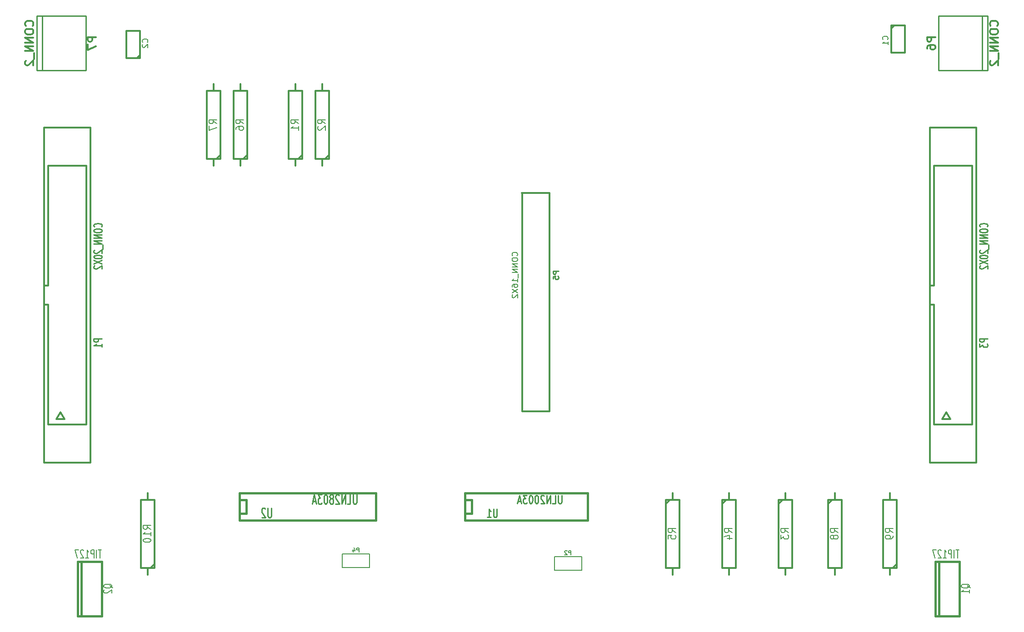
<source format=gbo>
G04 (created by PCBNEW (2013-07-07 BZR 4022)-stable) date 3/3/2015 12:02:30 PM*
%MOIN*%
G04 Gerber Fmt 3.4, Leading zero omitted, Abs format*
%FSLAX34Y34*%
G01*
G70*
G90*
G04 APERTURE LIST*
%ADD10C,0.00590551*%
%ADD11C,0.015*%
%ADD12C,0.012*%
%ADD13C,0.006*%
%ADD14C,0.01*%
%ADD15C,0.01125*%
%ADD16C,0.008*%
%ADD17C,0.0108*%
G04 APERTURE END LIST*
G54D10*
G54D11*
X42145Y-73925D02*
X42645Y-73925D01*
X42645Y-73925D02*
X42645Y-72925D01*
X42645Y-72925D02*
X42145Y-72925D01*
X42145Y-74425D02*
X52145Y-74425D01*
X52145Y-74425D02*
X52145Y-72425D01*
X52145Y-72425D02*
X42145Y-72425D01*
X42145Y-72425D02*
X42145Y-74425D01*
X58688Y-73925D02*
X58688Y-73925D01*
X58688Y-73925D02*
X59188Y-73925D01*
X59188Y-73925D02*
X59188Y-72925D01*
X59188Y-72925D02*
X58688Y-72925D01*
X58688Y-74425D02*
X67688Y-74425D01*
X67688Y-74425D02*
X67688Y-72425D01*
X67688Y-72425D02*
X58688Y-72425D01*
X58688Y-72425D02*
X58688Y-74425D01*
X30549Y-77429D02*
X30299Y-77429D01*
X30299Y-77429D02*
X30299Y-81429D01*
X30299Y-81429D02*
X30549Y-81429D01*
X32049Y-77429D02*
X30549Y-77429D01*
X30549Y-77429D02*
X30549Y-81429D01*
X30549Y-81429D02*
X32049Y-81429D01*
X32049Y-81429D02*
X32049Y-77429D01*
X93442Y-77429D02*
X93192Y-77429D01*
X93192Y-77429D02*
X93192Y-81429D01*
X93192Y-81429D02*
X93442Y-81429D01*
X94942Y-77429D02*
X93442Y-77429D01*
X93442Y-77429D02*
X93442Y-81429D01*
X93442Y-81429D02*
X94942Y-81429D01*
X94942Y-81429D02*
X94942Y-77429D01*
G54D12*
X89952Y-38094D02*
X89952Y-40074D01*
X89952Y-40074D02*
X90952Y-40074D01*
X90952Y-40074D02*
X90952Y-38074D01*
X90952Y-38074D02*
X89952Y-38074D01*
X90202Y-38074D02*
X89952Y-38324D01*
X34870Y-40460D02*
X34870Y-38480D01*
X34870Y-38480D02*
X33870Y-38480D01*
X33870Y-38480D02*
X33870Y-40480D01*
X33870Y-40480D02*
X34870Y-40480D01*
X34620Y-40480D02*
X34870Y-40230D01*
X35933Y-77893D02*
X35933Y-72893D01*
X35933Y-72893D02*
X34933Y-72893D01*
X34933Y-72893D02*
X34933Y-77893D01*
X35433Y-72893D02*
X35433Y-72393D01*
X35433Y-78393D02*
X35433Y-77893D01*
X35633Y-77893D02*
X35933Y-77593D01*
X35933Y-77893D02*
X34933Y-77893D01*
G54D13*
X67240Y-78059D02*
X67240Y-77059D01*
X67240Y-77059D02*
X65240Y-77059D01*
X65240Y-77059D02*
X65240Y-78059D01*
X65240Y-78059D02*
X67240Y-78059D01*
G54D12*
X40755Y-47874D02*
X40755Y-42874D01*
X40755Y-42874D02*
X39755Y-42874D01*
X39755Y-42874D02*
X39755Y-47874D01*
X40255Y-42874D02*
X40255Y-42374D01*
X40255Y-48374D02*
X40255Y-47874D01*
X40455Y-47874D02*
X40755Y-47574D01*
X40755Y-47874D02*
X39755Y-47874D01*
X90362Y-77893D02*
X90362Y-72893D01*
X90362Y-72893D02*
X89362Y-72893D01*
X89362Y-72893D02*
X89362Y-77893D01*
X89862Y-72893D02*
X89862Y-72393D01*
X89862Y-78393D02*
X89862Y-77893D01*
X90062Y-77893D02*
X90362Y-77593D01*
X90362Y-77893D02*
X89362Y-77893D01*
X85326Y-72893D02*
X85326Y-77893D01*
X85326Y-77893D02*
X86326Y-77893D01*
X86326Y-77893D02*
X86326Y-72893D01*
X85826Y-77893D02*
X85826Y-78393D01*
X85826Y-72393D02*
X85826Y-72893D01*
X85626Y-72893D02*
X85326Y-73193D01*
X85326Y-72893D02*
X86326Y-72893D01*
X42724Y-47874D02*
X42724Y-42874D01*
X42724Y-42874D02*
X41724Y-42874D01*
X41724Y-42874D02*
X41724Y-47874D01*
X42224Y-42874D02*
X42224Y-42374D01*
X42224Y-48374D02*
X42224Y-47874D01*
X42424Y-47874D02*
X42724Y-47574D01*
X42724Y-47874D02*
X41724Y-47874D01*
X73417Y-72893D02*
X73417Y-77893D01*
X73417Y-77893D02*
X74417Y-77893D01*
X74417Y-77893D02*
X74417Y-72893D01*
X73917Y-77893D02*
X73917Y-78393D01*
X73917Y-72393D02*
X73917Y-72893D01*
X73717Y-72893D02*
X73417Y-73193D01*
X73417Y-72893D02*
X74417Y-72893D01*
X77551Y-72893D02*
X77551Y-77893D01*
X77551Y-77893D02*
X78551Y-77893D01*
X78551Y-77893D02*
X78551Y-72893D01*
X78051Y-77893D02*
X78051Y-78393D01*
X78051Y-72393D02*
X78051Y-72893D01*
X77851Y-72893D02*
X77551Y-73193D01*
X77551Y-72893D02*
X78551Y-72893D01*
X81685Y-72893D02*
X81685Y-77893D01*
X81685Y-77893D02*
X82685Y-77893D01*
X82685Y-77893D02*
X82685Y-72893D01*
X82185Y-77893D02*
X82185Y-78393D01*
X82185Y-72393D02*
X82185Y-72893D01*
X81985Y-72893D02*
X81685Y-73193D01*
X81685Y-72893D02*
X82685Y-72893D01*
X48728Y-47874D02*
X48728Y-42874D01*
X48728Y-42874D02*
X47728Y-42874D01*
X47728Y-42874D02*
X47728Y-47874D01*
X48228Y-42874D02*
X48228Y-42374D01*
X48228Y-48374D02*
X48228Y-47874D01*
X48428Y-47874D02*
X48728Y-47574D01*
X48728Y-47874D02*
X47728Y-47874D01*
X46759Y-47874D02*
X46759Y-42874D01*
X46759Y-42874D02*
X45759Y-42874D01*
X45759Y-42874D02*
X45759Y-47874D01*
X46259Y-42874D02*
X46259Y-42374D01*
X46259Y-48374D02*
X46259Y-47874D01*
X46459Y-47874D02*
X46759Y-47574D01*
X46759Y-47874D02*
X45759Y-47874D01*
G54D13*
X51688Y-77862D02*
X51688Y-76862D01*
X51688Y-76862D02*
X49688Y-76862D01*
X49688Y-76862D02*
X49688Y-77862D01*
X49688Y-77862D02*
X51688Y-77862D01*
G54D14*
X93736Y-41370D02*
X93436Y-41370D01*
X93436Y-41370D02*
X93436Y-37370D01*
X93436Y-37370D02*
X93736Y-37370D01*
X97036Y-41370D02*
X97036Y-37370D01*
X97036Y-37370D02*
X96636Y-37370D01*
X96636Y-37370D02*
X96636Y-41370D01*
X96636Y-41370D02*
X97036Y-41370D01*
X96736Y-41370D02*
X93736Y-41370D01*
X93736Y-37370D02*
X96736Y-37370D01*
X30594Y-37370D02*
X30894Y-37370D01*
X30894Y-37370D02*
X30894Y-41370D01*
X30894Y-41370D02*
X30594Y-41370D01*
X27294Y-37370D02*
X27294Y-41370D01*
X27294Y-41370D02*
X27694Y-41370D01*
X27694Y-41370D02*
X27694Y-37370D01*
X27694Y-37370D02*
X27294Y-37370D01*
X27594Y-37370D02*
X30594Y-37370D01*
X30594Y-41370D02*
X27594Y-41370D01*
G54D12*
X29027Y-66474D02*
X29327Y-66974D01*
X29327Y-66974D02*
X28727Y-66974D01*
X28727Y-66974D02*
X29027Y-66474D01*
X31227Y-70174D02*
X27827Y-70174D01*
X27827Y-70174D02*
X27827Y-45574D01*
X27827Y-45574D02*
X31227Y-45574D01*
X31227Y-45574D02*
X31227Y-70174D01*
X27827Y-58574D02*
X28127Y-58574D01*
X28127Y-58574D02*
X28127Y-67374D01*
X28127Y-67374D02*
X30927Y-67374D01*
X30927Y-67374D02*
X30927Y-48374D01*
X30927Y-48374D02*
X28127Y-48374D01*
X28127Y-48374D02*
X28127Y-57174D01*
X28127Y-57174D02*
X27827Y-57174D01*
X93988Y-66474D02*
X94288Y-66974D01*
X94288Y-66974D02*
X93688Y-66974D01*
X93688Y-66974D02*
X93988Y-66474D01*
X96188Y-70174D02*
X92788Y-70174D01*
X92788Y-70174D02*
X92788Y-45574D01*
X92788Y-45574D02*
X96188Y-45574D01*
X96188Y-45574D02*
X96188Y-70174D01*
X92788Y-58574D02*
X93088Y-58574D01*
X93088Y-58574D02*
X93088Y-67374D01*
X93088Y-67374D02*
X95888Y-67374D01*
X95888Y-67374D02*
X95888Y-48374D01*
X95888Y-48374D02*
X93088Y-48374D01*
X93088Y-48374D02*
X93088Y-57174D01*
X93088Y-57174D02*
X92788Y-57174D01*
X62877Y-50374D02*
X62877Y-66397D01*
X64877Y-50374D02*
X64877Y-66397D01*
X64852Y-50374D02*
X62872Y-50374D01*
X64877Y-66397D02*
X62877Y-66397D01*
G54D15*
X44488Y-73508D02*
X44488Y-74075D01*
X44467Y-74141D01*
X44445Y-74175D01*
X44402Y-74208D01*
X44317Y-74208D01*
X44274Y-74175D01*
X44252Y-74141D01*
X44231Y-74075D01*
X44231Y-73508D01*
X44038Y-73575D02*
X44017Y-73541D01*
X43974Y-73508D01*
X43867Y-73508D01*
X43824Y-73541D01*
X43802Y-73575D01*
X43781Y-73641D01*
X43781Y-73708D01*
X43802Y-73808D01*
X44059Y-74208D01*
X43781Y-74208D01*
G54D12*
G54D15*
X50742Y-72508D02*
X50742Y-73075D01*
X50720Y-73141D01*
X50699Y-73175D01*
X50656Y-73208D01*
X50570Y-73208D01*
X50527Y-73175D01*
X50506Y-73141D01*
X50484Y-73075D01*
X50484Y-72508D01*
X50056Y-73208D02*
X50270Y-73208D01*
X50270Y-72508D01*
X49906Y-73208D02*
X49906Y-72508D01*
X49649Y-73208D01*
X49649Y-72508D01*
X49456Y-72575D02*
X49434Y-72541D01*
X49392Y-72508D01*
X49284Y-72508D01*
X49242Y-72541D01*
X49220Y-72575D01*
X49199Y-72641D01*
X49199Y-72708D01*
X49220Y-72808D01*
X49477Y-73208D01*
X49199Y-73208D01*
X48942Y-72808D02*
X48984Y-72775D01*
X49006Y-72741D01*
X49027Y-72675D01*
X49027Y-72641D01*
X49006Y-72575D01*
X48984Y-72541D01*
X48942Y-72508D01*
X48856Y-72508D01*
X48813Y-72541D01*
X48792Y-72575D01*
X48770Y-72641D01*
X48770Y-72675D01*
X48792Y-72741D01*
X48813Y-72775D01*
X48856Y-72808D01*
X48942Y-72808D01*
X48984Y-72841D01*
X49006Y-72875D01*
X49027Y-72941D01*
X49027Y-73075D01*
X49006Y-73141D01*
X48984Y-73175D01*
X48942Y-73208D01*
X48856Y-73208D01*
X48813Y-73175D01*
X48792Y-73141D01*
X48770Y-73075D01*
X48770Y-72941D01*
X48792Y-72875D01*
X48813Y-72841D01*
X48856Y-72808D01*
X48492Y-72508D02*
X48449Y-72508D01*
X48406Y-72541D01*
X48384Y-72575D01*
X48363Y-72641D01*
X48342Y-72775D01*
X48342Y-72941D01*
X48363Y-73075D01*
X48384Y-73141D01*
X48406Y-73175D01*
X48449Y-73208D01*
X48492Y-73208D01*
X48534Y-73175D01*
X48556Y-73141D01*
X48577Y-73075D01*
X48599Y-72941D01*
X48599Y-72775D01*
X48577Y-72641D01*
X48556Y-72575D01*
X48534Y-72541D01*
X48492Y-72508D01*
X48192Y-72508D02*
X47913Y-72508D01*
X48063Y-72775D01*
X47999Y-72775D01*
X47956Y-72808D01*
X47934Y-72841D01*
X47913Y-72908D01*
X47913Y-73075D01*
X47934Y-73141D01*
X47956Y-73175D01*
X47999Y-73208D01*
X48127Y-73208D01*
X48170Y-73175D01*
X48192Y-73141D01*
X47742Y-73008D02*
X47527Y-73008D01*
X47784Y-73208D02*
X47634Y-72508D01*
X47484Y-73208D01*
G54D12*
G54D15*
X61031Y-73568D02*
X61031Y-74053D01*
X61010Y-74110D01*
X60988Y-74139D01*
X60946Y-74168D01*
X60860Y-74168D01*
X60817Y-74139D01*
X60796Y-74110D01*
X60774Y-74053D01*
X60774Y-73568D01*
X60324Y-74168D02*
X60581Y-74168D01*
X60453Y-74168D02*
X60453Y-73568D01*
X60496Y-73653D01*
X60538Y-73710D01*
X60581Y-73739D01*
G54D12*
G54D15*
X65785Y-72568D02*
X65785Y-73053D01*
X65763Y-73110D01*
X65742Y-73139D01*
X65699Y-73168D01*
X65613Y-73168D01*
X65571Y-73139D01*
X65549Y-73110D01*
X65528Y-73053D01*
X65528Y-72568D01*
X65099Y-73168D02*
X65313Y-73168D01*
X65313Y-72568D01*
X64949Y-73168D02*
X64949Y-72568D01*
X64692Y-73168D01*
X64692Y-72568D01*
X64499Y-72625D02*
X64478Y-72596D01*
X64435Y-72568D01*
X64328Y-72568D01*
X64285Y-72596D01*
X64263Y-72625D01*
X64242Y-72682D01*
X64242Y-72739D01*
X64263Y-72825D01*
X64521Y-73168D01*
X64242Y-73168D01*
X63963Y-72568D02*
X63921Y-72568D01*
X63878Y-72596D01*
X63856Y-72625D01*
X63835Y-72682D01*
X63813Y-72796D01*
X63813Y-72939D01*
X63835Y-73053D01*
X63856Y-73110D01*
X63878Y-73139D01*
X63921Y-73168D01*
X63963Y-73168D01*
X64006Y-73139D01*
X64028Y-73110D01*
X64049Y-73053D01*
X64071Y-72939D01*
X64071Y-72796D01*
X64049Y-72682D01*
X64028Y-72625D01*
X64006Y-72596D01*
X63963Y-72568D01*
X63535Y-72568D02*
X63492Y-72568D01*
X63449Y-72596D01*
X63428Y-72625D01*
X63406Y-72682D01*
X63385Y-72796D01*
X63385Y-72939D01*
X63406Y-73053D01*
X63428Y-73110D01*
X63449Y-73139D01*
X63492Y-73168D01*
X63535Y-73168D01*
X63578Y-73139D01*
X63599Y-73110D01*
X63621Y-73053D01*
X63642Y-72939D01*
X63642Y-72796D01*
X63621Y-72682D01*
X63599Y-72625D01*
X63578Y-72596D01*
X63535Y-72568D01*
X63235Y-72568D02*
X62956Y-72568D01*
X63106Y-72796D01*
X63042Y-72796D01*
X62999Y-72825D01*
X62978Y-72853D01*
X62956Y-72910D01*
X62956Y-73053D01*
X62978Y-73110D01*
X62999Y-73139D01*
X63042Y-73168D01*
X63171Y-73168D01*
X63213Y-73139D01*
X63235Y-73110D01*
X62785Y-72996D02*
X62571Y-72996D01*
X62828Y-73168D02*
X62678Y-72568D01*
X62528Y-73168D01*
G54D12*
G54D16*
X32849Y-79391D02*
X32820Y-79352D01*
X32763Y-79314D01*
X32677Y-79257D01*
X32649Y-79219D01*
X32649Y-79181D01*
X32792Y-79200D02*
X32763Y-79162D01*
X32706Y-79124D01*
X32592Y-79105D01*
X32392Y-79105D01*
X32277Y-79124D01*
X32220Y-79162D01*
X32192Y-79200D01*
X32192Y-79276D01*
X32220Y-79314D01*
X32277Y-79352D01*
X32392Y-79371D01*
X32592Y-79371D01*
X32706Y-79352D01*
X32763Y-79314D01*
X32792Y-79276D01*
X32792Y-79200D01*
X32249Y-79524D02*
X32220Y-79543D01*
X32192Y-79581D01*
X32192Y-79676D01*
X32220Y-79714D01*
X32249Y-79733D01*
X32306Y-79752D01*
X32363Y-79752D01*
X32449Y-79733D01*
X32792Y-79505D01*
X32792Y-79752D01*
X32030Y-76571D02*
X31801Y-76571D01*
X31915Y-77171D02*
X31915Y-76571D01*
X31668Y-77171D02*
X31668Y-76571D01*
X31477Y-77171D02*
X31477Y-76571D01*
X31325Y-76571D01*
X31287Y-76600D01*
X31268Y-76629D01*
X31249Y-76686D01*
X31249Y-76771D01*
X31268Y-76829D01*
X31287Y-76857D01*
X31325Y-76886D01*
X31477Y-76886D01*
X30868Y-77171D02*
X31096Y-77171D01*
X30982Y-77171D02*
X30982Y-76571D01*
X31020Y-76657D01*
X31058Y-76714D01*
X31096Y-76743D01*
X30715Y-76629D02*
X30696Y-76600D01*
X30658Y-76571D01*
X30563Y-76571D01*
X30525Y-76600D01*
X30506Y-76629D01*
X30487Y-76686D01*
X30487Y-76743D01*
X30506Y-76829D01*
X30734Y-77171D01*
X30487Y-77171D01*
X30353Y-76571D02*
X30087Y-76571D01*
X30258Y-77171D01*
X95742Y-79391D02*
X95714Y-79352D01*
X95657Y-79314D01*
X95571Y-79257D01*
X95542Y-79219D01*
X95542Y-79181D01*
X95685Y-79200D02*
X95657Y-79162D01*
X95600Y-79124D01*
X95485Y-79105D01*
X95285Y-79105D01*
X95171Y-79124D01*
X95114Y-79162D01*
X95085Y-79200D01*
X95085Y-79276D01*
X95114Y-79314D01*
X95171Y-79352D01*
X95285Y-79371D01*
X95485Y-79371D01*
X95600Y-79352D01*
X95657Y-79314D01*
X95685Y-79276D01*
X95685Y-79200D01*
X95685Y-79752D02*
X95685Y-79524D01*
X95685Y-79638D02*
X95085Y-79638D01*
X95171Y-79600D01*
X95228Y-79562D01*
X95257Y-79524D01*
X94923Y-76571D02*
X94695Y-76571D01*
X94809Y-77171D02*
X94809Y-76571D01*
X94561Y-77171D02*
X94561Y-76571D01*
X94371Y-77171D02*
X94371Y-76571D01*
X94219Y-76571D01*
X94181Y-76600D01*
X94161Y-76629D01*
X94142Y-76686D01*
X94142Y-76771D01*
X94161Y-76829D01*
X94181Y-76857D01*
X94219Y-76886D01*
X94371Y-76886D01*
X93761Y-77171D02*
X93990Y-77171D01*
X93876Y-77171D02*
X93876Y-76571D01*
X93914Y-76657D01*
X93952Y-76714D01*
X93990Y-76743D01*
X93609Y-76629D02*
X93590Y-76600D01*
X93552Y-76571D01*
X93457Y-76571D01*
X93419Y-76600D01*
X93400Y-76629D01*
X93381Y-76686D01*
X93381Y-76743D01*
X93400Y-76829D01*
X93628Y-77171D01*
X93381Y-77171D01*
X93247Y-76571D02*
X92981Y-76571D01*
X93152Y-77171D01*
X89676Y-39108D02*
X89695Y-39089D01*
X89714Y-39031D01*
X89714Y-38993D01*
X89695Y-38936D01*
X89657Y-38898D01*
X89619Y-38879D01*
X89543Y-38860D01*
X89486Y-38860D01*
X89409Y-38879D01*
X89371Y-38898D01*
X89333Y-38936D01*
X89314Y-38993D01*
X89314Y-39031D01*
X89333Y-39089D01*
X89352Y-39108D01*
X89714Y-39489D02*
X89714Y-39260D01*
X89714Y-39374D02*
X89314Y-39374D01*
X89371Y-39336D01*
X89409Y-39298D01*
X89428Y-39260D01*
X35393Y-39313D02*
X35412Y-39294D01*
X35431Y-39237D01*
X35431Y-39199D01*
X35412Y-39142D01*
X35374Y-39104D01*
X35336Y-39085D01*
X35260Y-39066D01*
X35203Y-39066D01*
X35127Y-39085D01*
X35089Y-39104D01*
X35051Y-39142D01*
X35031Y-39199D01*
X35031Y-39237D01*
X35051Y-39294D01*
X35070Y-39313D01*
X35070Y-39466D02*
X35051Y-39485D01*
X35031Y-39523D01*
X35031Y-39618D01*
X35051Y-39656D01*
X35070Y-39675D01*
X35108Y-39694D01*
X35146Y-39694D01*
X35203Y-39675D01*
X35431Y-39446D01*
X35431Y-39694D01*
X35655Y-75072D02*
X35393Y-74905D01*
X35655Y-74786D02*
X35105Y-74786D01*
X35105Y-74977D01*
X35131Y-75024D01*
X35158Y-75048D01*
X35210Y-75072D01*
X35289Y-75072D01*
X35341Y-75048D01*
X35367Y-75024D01*
X35393Y-74977D01*
X35393Y-74786D01*
X35655Y-75548D02*
X35655Y-75262D01*
X35655Y-75405D02*
X35105Y-75405D01*
X35184Y-75357D01*
X35236Y-75310D01*
X35262Y-75262D01*
X35105Y-75857D02*
X35105Y-75905D01*
X35131Y-75953D01*
X35158Y-75977D01*
X35210Y-76000D01*
X35315Y-76024D01*
X35446Y-76024D01*
X35550Y-76000D01*
X35603Y-75977D01*
X35629Y-75953D01*
X35655Y-75905D01*
X35655Y-75857D01*
X35629Y-75810D01*
X35603Y-75786D01*
X35550Y-75762D01*
X35446Y-75738D01*
X35315Y-75738D01*
X35210Y-75762D01*
X35158Y-75786D01*
X35131Y-75810D01*
X35105Y-75857D01*
G54D13*
X66461Y-76930D02*
X66461Y-76630D01*
X66347Y-76630D01*
X66318Y-76644D01*
X66304Y-76659D01*
X66290Y-76687D01*
X66290Y-76730D01*
X66304Y-76759D01*
X66318Y-76773D01*
X66347Y-76787D01*
X66461Y-76787D01*
X66175Y-76659D02*
X66161Y-76644D01*
X66133Y-76630D01*
X66061Y-76630D01*
X66033Y-76644D01*
X66018Y-76659D01*
X66004Y-76687D01*
X66004Y-76716D01*
X66018Y-76759D01*
X66190Y-76930D01*
X66004Y-76930D01*
G54D16*
X40478Y-45290D02*
X40216Y-45124D01*
X40478Y-45004D02*
X39928Y-45004D01*
X39928Y-45195D01*
X39954Y-45243D01*
X39980Y-45266D01*
X40033Y-45290D01*
X40111Y-45290D01*
X40164Y-45266D01*
X40190Y-45243D01*
X40216Y-45195D01*
X40216Y-45004D01*
X39928Y-45457D02*
X39928Y-45790D01*
X40478Y-45576D01*
X90084Y-75310D02*
X89822Y-75143D01*
X90084Y-75024D02*
X89534Y-75024D01*
X89534Y-75215D01*
X89561Y-75262D01*
X89587Y-75286D01*
X89639Y-75310D01*
X89718Y-75310D01*
X89770Y-75286D01*
X89796Y-75262D01*
X89822Y-75215D01*
X89822Y-75024D01*
X90084Y-75548D02*
X90084Y-75643D01*
X90058Y-75691D01*
X90032Y-75715D01*
X89953Y-75762D01*
X89849Y-75786D01*
X89639Y-75786D01*
X89587Y-75762D01*
X89561Y-75738D01*
X89534Y-75691D01*
X89534Y-75596D01*
X89561Y-75548D01*
X89587Y-75524D01*
X89639Y-75500D01*
X89770Y-75500D01*
X89822Y-75524D01*
X89849Y-75548D01*
X89875Y-75596D01*
X89875Y-75691D01*
X89849Y-75738D01*
X89822Y-75762D01*
X89770Y-75786D01*
X86049Y-75310D02*
X85787Y-75143D01*
X86049Y-75024D02*
X85499Y-75024D01*
X85499Y-75215D01*
X85525Y-75262D01*
X85551Y-75286D01*
X85604Y-75310D01*
X85682Y-75310D01*
X85735Y-75286D01*
X85761Y-75262D01*
X85787Y-75215D01*
X85787Y-75024D01*
X85735Y-75596D02*
X85708Y-75548D01*
X85682Y-75524D01*
X85630Y-75500D01*
X85604Y-75500D01*
X85551Y-75524D01*
X85525Y-75548D01*
X85499Y-75596D01*
X85499Y-75691D01*
X85525Y-75738D01*
X85551Y-75762D01*
X85604Y-75786D01*
X85630Y-75786D01*
X85682Y-75762D01*
X85708Y-75738D01*
X85735Y-75691D01*
X85735Y-75596D01*
X85761Y-75548D01*
X85787Y-75524D01*
X85839Y-75500D01*
X85944Y-75500D01*
X85997Y-75524D01*
X86023Y-75548D01*
X86049Y-75596D01*
X86049Y-75691D01*
X86023Y-75738D01*
X85997Y-75762D01*
X85944Y-75786D01*
X85839Y-75786D01*
X85787Y-75762D01*
X85761Y-75738D01*
X85735Y-75691D01*
X42447Y-45290D02*
X42185Y-45124D01*
X42447Y-45004D02*
X41897Y-45004D01*
X41897Y-45195D01*
X41923Y-45243D01*
X41949Y-45266D01*
X42001Y-45290D01*
X42080Y-45290D01*
X42132Y-45266D01*
X42158Y-45243D01*
X42185Y-45195D01*
X42185Y-45004D01*
X41897Y-45719D02*
X41897Y-45624D01*
X41923Y-45576D01*
X41949Y-45552D01*
X42027Y-45504D01*
X42132Y-45481D01*
X42342Y-45481D01*
X42394Y-45504D01*
X42420Y-45528D01*
X42447Y-45576D01*
X42447Y-45671D01*
X42420Y-45719D01*
X42394Y-45743D01*
X42342Y-45766D01*
X42211Y-45766D01*
X42158Y-45743D01*
X42132Y-45719D01*
X42106Y-45671D01*
X42106Y-45576D01*
X42132Y-45528D01*
X42158Y-45504D01*
X42211Y-45481D01*
X74139Y-75310D02*
X73878Y-75143D01*
X74139Y-75024D02*
X73589Y-75024D01*
X73589Y-75215D01*
X73616Y-75262D01*
X73642Y-75286D01*
X73694Y-75310D01*
X73773Y-75310D01*
X73825Y-75286D01*
X73851Y-75262D01*
X73878Y-75215D01*
X73878Y-75024D01*
X73589Y-75762D02*
X73589Y-75524D01*
X73851Y-75500D01*
X73825Y-75524D01*
X73799Y-75572D01*
X73799Y-75691D01*
X73825Y-75738D01*
X73851Y-75762D01*
X73904Y-75786D01*
X74035Y-75786D01*
X74087Y-75762D01*
X74113Y-75738D01*
X74139Y-75691D01*
X74139Y-75572D01*
X74113Y-75524D01*
X74087Y-75500D01*
X78273Y-75310D02*
X78011Y-75143D01*
X78273Y-75024D02*
X77723Y-75024D01*
X77723Y-75215D01*
X77749Y-75262D01*
X77776Y-75286D01*
X77828Y-75310D01*
X77907Y-75310D01*
X77959Y-75286D01*
X77985Y-75262D01*
X78011Y-75215D01*
X78011Y-75024D01*
X77907Y-75738D02*
X78273Y-75738D01*
X77697Y-75619D02*
X78090Y-75500D01*
X78090Y-75810D01*
X82407Y-75310D02*
X82145Y-75143D01*
X82407Y-75024D02*
X81857Y-75024D01*
X81857Y-75215D01*
X81883Y-75262D01*
X81910Y-75286D01*
X81962Y-75310D01*
X82040Y-75310D01*
X82093Y-75286D01*
X82119Y-75262D01*
X82145Y-75215D01*
X82145Y-75024D01*
X81857Y-75477D02*
X81857Y-75786D01*
X82067Y-75619D01*
X82067Y-75691D01*
X82093Y-75738D01*
X82119Y-75762D01*
X82171Y-75786D01*
X82302Y-75786D01*
X82355Y-75762D01*
X82381Y-75738D01*
X82407Y-75691D01*
X82407Y-75548D01*
X82381Y-75500D01*
X82355Y-75477D01*
X48450Y-45290D02*
X48189Y-45124D01*
X48450Y-45004D02*
X47900Y-45004D01*
X47900Y-45195D01*
X47927Y-45243D01*
X47953Y-45266D01*
X48005Y-45290D01*
X48084Y-45290D01*
X48136Y-45266D01*
X48162Y-45243D01*
X48189Y-45195D01*
X48189Y-45004D01*
X47953Y-45481D02*
X47927Y-45504D01*
X47900Y-45552D01*
X47900Y-45671D01*
X47927Y-45719D01*
X47953Y-45743D01*
X48005Y-45766D01*
X48058Y-45766D01*
X48136Y-45743D01*
X48450Y-45457D01*
X48450Y-45766D01*
X46482Y-45290D02*
X46220Y-45124D01*
X46482Y-45004D02*
X45932Y-45004D01*
X45932Y-45195D01*
X45958Y-45243D01*
X45984Y-45266D01*
X46037Y-45290D01*
X46115Y-45290D01*
X46168Y-45266D01*
X46194Y-45243D01*
X46220Y-45195D01*
X46220Y-45004D01*
X46482Y-45766D02*
X46482Y-45481D01*
X46482Y-45624D02*
X45932Y-45624D01*
X46011Y-45576D01*
X46063Y-45528D01*
X46089Y-45481D01*
G54D13*
X50910Y-76733D02*
X50910Y-76433D01*
X50796Y-76433D01*
X50767Y-76447D01*
X50753Y-76462D01*
X50738Y-76490D01*
X50738Y-76533D01*
X50753Y-76562D01*
X50767Y-76576D01*
X50796Y-76590D01*
X50910Y-76590D01*
X50481Y-76533D02*
X50481Y-76733D01*
X50553Y-76419D02*
X50624Y-76633D01*
X50438Y-76633D01*
G54D12*
X93179Y-38927D02*
X92579Y-38927D01*
X92579Y-39155D01*
X92607Y-39212D01*
X92636Y-39241D01*
X92693Y-39270D01*
X92779Y-39270D01*
X92836Y-39241D01*
X92864Y-39212D01*
X92893Y-39155D01*
X92893Y-38927D01*
X92579Y-39784D02*
X92579Y-39670D01*
X92607Y-39612D01*
X92636Y-39584D01*
X92721Y-39527D01*
X92836Y-39498D01*
X93064Y-39498D01*
X93121Y-39527D01*
X93150Y-39555D01*
X93179Y-39612D01*
X93179Y-39727D01*
X93150Y-39784D01*
X93121Y-39812D01*
X93064Y-39841D01*
X92921Y-39841D01*
X92864Y-39812D01*
X92836Y-39784D01*
X92807Y-39727D01*
X92807Y-39612D01*
X92836Y-39555D01*
X92864Y-39527D01*
X92921Y-39498D01*
X97721Y-38098D02*
X97750Y-38070D01*
X97779Y-37984D01*
X97779Y-37927D01*
X97750Y-37841D01*
X97693Y-37784D01*
X97636Y-37755D01*
X97521Y-37727D01*
X97436Y-37727D01*
X97321Y-37755D01*
X97264Y-37784D01*
X97207Y-37841D01*
X97179Y-37927D01*
X97179Y-37984D01*
X97207Y-38070D01*
X97236Y-38098D01*
X97179Y-38470D02*
X97179Y-38584D01*
X97207Y-38641D01*
X97264Y-38698D01*
X97379Y-38727D01*
X97579Y-38727D01*
X97693Y-38698D01*
X97750Y-38641D01*
X97779Y-38584D01*
X97779Y-38470D01*
X97750Y-38412D01*
X97693Y-38355D01*
X97579Y-38327D01*
X97379Y-38327D01*
X97264Y-38355D01*
X97207Y-38412D01*
X97179Y-38470D01*
X97779Y-38984D02*
X97179Y-38984D01*
X97779Y-39327D01*
X97179Y-39327D01*
X97779Y-39612D02*
X97179Y-39612D01*
X97779Y-39955D01*
X97179Y-39955D01*
X97836Y-40098D02*
X97836Y-40555D01*
X97236Y-40670D02*
X97207Y-40698D01*
X97179Y-40755D01*
X97179Y-40898D01*
X97207Y-40955D01*
X97236Y-40984D01*
X97293Y-41012D01*
X97350Y-41012D01*
X97436Y-40984D01*
X97779Y-40641D01*
X97779Y-41012D01*
X31637Y-38927D02*
X31037Y-38927D01*
X31037Y-39155D01*
X31065Y-39212D01*
X31094Y-39241D01*
X31151Y-39270D01*
X31237Y-39270D01*
X31294Y-39241D01*
X31323Y-39212D01*
X31351Y-39155D01*
X31351Y-38927D01*
X31037Y-39470D02*
X31037Y-39870D01*
X31637Y-39612D01*
X26980Y-38098D02*
X27008Y-38070D01*
X27037Y-37984D01*
X27037Y-37927D01*
X27008Y-37841D01*
X26951Y-37784D01*
X26894Y-37755D01*
X26780Y-37727D01*
X26694Y-37727D01*
X26580Y-37755D01*
X26523Y-37784D01*
X26465Y-37841D01*
X26437Y-37927D01*
X26437Y-37984D01*
X26465Y-38070D01*
X26494Y-38098D01*
X26437Y-38470D02*
X26437Y-38584D01*
X26465Y-38641D01*
X26523Y-38698D01*
X26637Y-38727D01*
X26837Y-38727D01*
X26951Y-38698D01*
X27008Y-38641D01*
X27037Y-38584D01*
X27037Y-38470D01*
X27008Y-38412D01*
X26951Y-38355D01*
X26837Y-38327D01*
X26637Y-38327D01*
X26523Y-38355D01*
X26465Y-38412D01*
X26437Y-38470D01*
X27037Y-38984D02*
X26437Y-38984D01*
X27037Y-39327D01*
X26437Y-39327D01*
X27037Y-39612D02*
X26437Y-39612D01*
X27037Y-39955D01*
X26437Y-39955D01*
X27094Y-40098D02*
X27094Y-40555D01*
X26494Y-40670D02*
X26465Y-40698D01*
X26437Y-40755D01*
X26437Y-40898D01*
X26465Y-40955D01*
X26494Y-40984D01*
X26551Y-41012D01*
X26608Y-41012D01*
X26694Y-40984D01*
X27037Y-40641D01*
X27037Y-41012D01*
G54D14*
X32070Y-61078D02*
X31470Y-61078D01*
X31470Y-61231D01*
X31498Y-61269D01*
X31527Y-61288D01*
X31584Y-61307D01*
X31670Y-61307D01*
X31727Y-61288D01*
X31756Y-61269D01*
X31784Y-61231D01*
X31784Y-61078D01*
X32070Y-61688D02*
X32070Y-61459D01*
X32070Y-61574D02*
X31470Y-61574D01*
X31556Y-61535D01*
X31613Y-61497D01*
X31641Y-61459D01*
G54D12*
G54D14*
X32013Y-52854D02*
X32041Y-52835D01*
X32070Y-52778D01*
X32070Y-52740D01*
X32041Y-52683D01*
X31984Y-52645D01*
X31927Y-52626D01*
X31813Y-52607D01*
X31727Y-52607D01*
X31613Y-52626D01*
X31556Y-52645D01*
X31498Y-52683D01*
X31470Y-52740D01*
X31470Y-52778D01*
X31498Y-52835D01*
X31527Y-52854D01*
X31470Y-53102D02*
X31470Y-53178D01*
X31498Y-53216D01*
X31556Y-53254D01*
X31670Y-53274D01*
X31870Y-53274D01*
X31984Y-53254D01*
X32041Y-53216D01*
X32070Y-53178D01*
X32070Y-53102D01*
X32041Y-53064D01*
X31984Y-53026D01*
X31870Y-53007D01*
X31670Y-53007D01*
X31556Y-53026D01*
X31498Y-53064D01*
X31470Y-53102D01*
X32070Y-53445D02*
X31470Y-53445D01*
X32070Y-53674D01*
X31470Y-53674D01*
X32070Y-53864D02*
X31470Y-53864D01*
X32070Y-54093D01*
X31470Y-54093D01*
X32127Y-54188D02*
X32127Y-54493D01*
X31527Y-54569D02*
X31498Y-54588D01*
X31470Y-54626D01*
X31470Y-54721D01*
X31498Y-54759D01*
X31527Y-54778D01*
X31584Y-54797D01*
X31641Y-54797D01*
X31727Y-54778D01*
X32070Y-54550D01*
X32070Y-54797D01*
X31470Y-55045D02*
X31470Y-55083D01*
X31498Y-55121D01*
X31527Y-55140D01*
X31584Y-55159D01*
X31698Y-55178D01*
X31841Y-55178D01*
X31956Y-55159D01*
X32013Y-55140D01*
X32041Y-55121D01*
X32070Y-55083D01*
X32070Y-55045D01*
X32041Y-55007D01*
X32013Y-54988D01*
X31956Y-54969D01*
X31841Y-54950D01*
X31698Y-54950D01*
X31584Y-54969D01*
X31527Y-54988D01*
X31498Y-55007D01*
X31470Y-55045D01*
X31470Y-55312D02*
X32070Y-55578D01*
X31470Y-55578D02*
X32070Y-55312D01*
X31527Y-55712D02*
X31498Y-55731D01*
X31470Y-55769D01*
X31470Y-55864D01*
X31498Y-55902D01*
X31527Y-55921D01*
X31584Y-55940D01*
X31641Y-55940D01*
X31727Y-55921D01*
X32070Y-55693D01*
X32070Y-55940D01*
G54D12*
G54D14*
X97031Y-61078D02*
X96431Y-61078D01*
X96431Y-61231D01*
X96459Y-61269D01*
X96488Y-61288D01*
X96545Y-61307D01*
X96631Y-61307D01*
X96688Y-61288D01*
X96716Y-61269D01*
X96745Y-61231D01*
X96745Y-61078D01*
X96431Y-61440D02*
X96431Y-61688D01*
X96659Y-61554D01*
X96659Y-61612D01*
X96688Y-61650D01*
X96716Y-61669D01*
X96773Y-61688D01*
X96916Y-61688D01*
X96973Y-61669D01*
X97002Y-61650D01*
X97031Y-61612D01*
X97031Y-61497D01*
X97002Y-61459D01*
X96973Y-61440D01*
G54D12*
G54D14*
X96973Y-52854D02*
X97002Y-52835D01*
X97031Y-52778D01*
X97031Y-52740D01*
X97002Y-52683D01*
X96945Y-52645D01*
X96888Y-52626D01*
X96773Y-52607D01*
X96688Y-52607D01*
X96573Y-52626D01*
X96516Y-52645D01*
X96459Y-52683D01*
X96431Y-52740D01*
X96431Y-52778D01*
X96459Y-52835D01*
X96488Y-52854D01*
X96431Y-53102D02*
X96431Y-53178D01*
X96459Y-53216D01*
X96516Y-53254D01*
X96631Y-53274D01*
X96831Y-53274D01*
X96945Y-53254D01*
X97002Y-53216D01*
X97031Y-53178D01*
X97031Y-53102D01*
X97002Y-53064D01*
X96945Y-53026D01*
X96831Y-53007D01*
X96631Y-53007D01*
X96516Y-53026D01*
X96459Y-53064D01*
X96431Y-53102D01*
X97031Y-53445D02*
X96431Y-53445D01*
X97031Y-53674D01*
X96431Y-53674D01*
X97031Y-53864D02*
X96431Y-53864D01*
X97031Y-54093D01*
X96431Y-54093D01*
X97088Y-54188D02*
X97088Y-54493D01*
X96488Y-54569D02*
X96459Y-54588D01*
X96431Y-54626D01*
X96431Y-54721D01*
X96459Y-54759D01*
X96488Y-54778D01*
X96545Y-54797D01*
X96602Y-54797D01*
X96688Y-54778D01*
X97031Y-54550D01*
X97031Y-54797D01*
X96431Y-55045D02*
X96431Y-55083D01*
X96459Y-55121D01*
X96488Y-55140D01*
X96545Y-55159D01*
X96659Y-55178D01*
X96802Y-55178D01*
X96916Y-55159D01*
X96973Y-55140D01*
X97002Y-55121D01*
X97031Y-55083D01*
X97031Y-55045D01*
X97002Y-55007D01*
X96973Y-54988D01*
X96916Y-54969D01*
X96802Y-54950D01*
X96659Y-54950D01*
X96545Y-54969D01*
X96488Y-54988D01*
X96459Y-55007D01*
X96431Y-55045D01*
X96431Y-55312D02*
X97031Y-55578D01*
X96431Y-55578D02*
X97031Y-55312D01*
X96488Y-55712D02*
X96459Y-55731D01*
X96431Y-55769D01*
X96431Y-55864D01*
X96459Y-55902D01*
X96488Y-55921D01*
X96545Y-55940D01*
X96602Y-55940D01*
X96688Y-55921D01*
X97031Y-55693D01*
X97031Y-55940D01*
G54D12*
G54D14*
X65539Y-56102D02*
X65139Y-56102D01*
X65139Y-56254D01*
X65158Y-56292D01*
X65177Y-56311D01*
X65216Y-56330D01*
X65273Y-56330D01*
X65311Y-56311D01*
X65330Y-56292D01*
X65349Y-56254D01*
X65349Y-56102D01*
X65139Y-56692D02*
X65139Y-56502D01*
X65330Y-56483D01*
X65311Y-56502D01*
X65292Y-56540D01*
X65292Y-56635D01*
X65311Y-56673D01*
X65330Y-56692D01*
X65368Y-56711D01*
X65463Y-56711D01*
X65501Y-56692D01*
X65520Y-56673D01*
X65539Y-56635D01*
X65539Y-56540D01*
X65520Y-56502D01*
X65501Y-56483D01*
G54D17*
G54D16*
X62501Y-54978D02*
X62520Y-54959D01*
X62539Y-54902D01*
X62539Y-54864D01*
X62520Y-54807D01*
X62482Y-54769D01*
X62444Y-54750D01*
X62368Y-54730D01*
X62311Y-54730D01*
X62235Y-54750D01*
X62197Y-54769D01*
X62158Y-54807D01*
X62139Y-54864D01*
X62139Y-54902D01*
X62158Y-54959D01*
X62177Y-54978D01*
X62139Y-55226D02*
X62139Y-55302D01*
X62158Y-55340D01*
X62197Y-55378D01*
X62273Y-55397D01*
X62406Y-55397D01*
X62482Y-55378D01*
X62520Y-55340D01*
X62539Y-55302D01*
X62539Y-55226D01*
X62520Y-55188D01*
X62482Y-55150D01*
X62406Y-55130D01*
X62273Y-55130D01*
X62197Y-55150D01*
X62158Y-55188D01*
X62139Y-55226D01*
X62539Y-55569D02*
X62139Y-55569D01*
X62539Y-55797D01*
X62139Y-55797D01*
X62539Y-55988D02*
X62139Y-55988D01*
X62539Y-56216D01*
X62139Y-56216D01*
X62577Y-56311D02*
X62577Y-56616D01*
X62539Y-56921D02*
X62539Y-56692D01*
X62539Y-56807D02*
X62139Y-56807D01*
X62197Y-56769D01*
X62235Y-56730D01*
X62254Y-56692D01*
X62139Y-57264D02*
X62139Y-57188D01*
X62158Y-57150D01*
X62177Y-57130D01*
X62235Y-57092D01*
X62311Y-57073D01*
X62463Y-57073D01*
X62501Y-57092D01*
X62520Y-57111D01*
X62539Y-57150D01*
X62539Y-57226D01*
X62520Y-57264D01*
X62501Y-57283D01*
X62463Y-57302D01*
X62368Y-57302D01*
X62330Y-57283D01*
X62311Y-57264D01*
X62292Y-57226D01*
X62292Y-57150D01*
X62311Y-57111D01*
X62330Y-57092D01*
X62368Y-57073D01*
X62139Y-57435D02*
X62539Y-57702D01*
X62139Y-57702D02*
X62539Y-57435D01*
X62177Y-57835D02*
X62158Y-57854D01*
X62139Y-57892D01*
X62139Y-57988D01*
X62158Y-58026D01*
X62177Y-58045D01*
X62216Y-58064D01*
X62254Y-58064D01*
X62311Y-58045D01*
X62539Y-57816D01*
X62539Y-58064D01*
M02*

</source>
